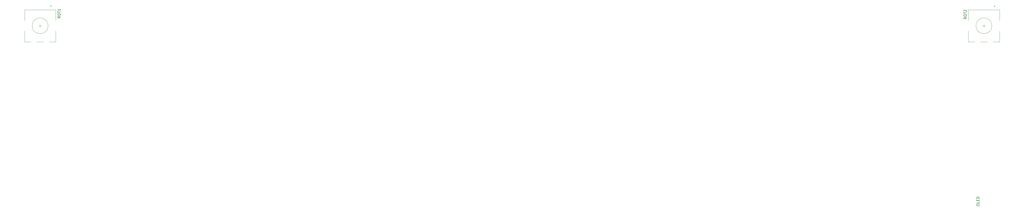
<source format=gto>
%TF.GenerationSoftware,KiCad,Pcbnew,(5.1.10)-1*%
%TF.CreationDate,2021-12-17T20:47:38-05:00*%
%TF.ProjectId,custom_keyboard (f303),63757374-6f6d-45f6-9b65-79626f617264,rev?*%
%TF.SameCoordinates,Original*%
%TF.FileFunction,Legend,Top*%
%TF.FilePolarity,Positive*%
%FSLAX46Y46*%
G04 Gerber Fmt 4.6, Leading zero omitted, Abs format (unit mm)*
G04 Created by KiCad (PCBNEW (5.1.10)-1) date 2021-12-17 20:47:38*
%MOMM*%
%LPD*%
G01*
G04 APERTURE LIST*
%ADD10C,0.120000*%
%ADD11C,0.150000*%
%ADD12C,2.100000*%
%ADD13C,1.750000*%
%ADD14C,3.000000*%
%ADD15C,3.987800*%
%ADD16C,3.048000*%
%ADD17C,1.000000*%
%ADD18C,2.120000*%
%ADD19C,0.650000*%
%ADD20O,1.000000X2.100000*%
%ADD21O,1.000000X1.600000*%
%ADD22O,1.700000X1.700000*%
%ADD23R,1.700000X1.700000*%
%ADD24R,2.000000X2.000000*%
%ADD25C,2.000000*%
%ADD26R,2.000000X3.200000*%
%ADD27C,0.800000*%
G04 APERTURE END LIST*
D10*
%TO.C,ROT2*%
X448940500Y-168224250D02*
G75*
G03*
X448940500Y-168224250I-3000000J0D01*
G01*
X451840500Y-170224250D02*
X451840500Y-174324250D01*
X440040500Y-174324250D02*
X440040500Y-170224250D01*
X440040500Y-166224250D02*
X440040500Y-162124250D01*
X451840500Y-166224250D02*
X451840500Y-162124250D01*
X451840500Y-162124250D02*
X440040500Y-162124250D01*
X449740500Y-160724250D02*
X450040500Y-160424250D01*
X450040500Y-160424250D02*
X450040500Y-161024250D01*
X450040500Y-161024250D02*
X449740500Y-160724250D01*
X451840500Y-174324250D02*
X449440500Y-174324250D01*
X447240500Y-174324250D02*
X444640500Y-174324250D01*
X442440500Y-174324250D02*
X440040500Y-174324250D01*
X446440500Y-168224250D02*
X445440500Y-168224250D01*
X445940500Y-167724250D02*
X445940500Y-168724250D01*
%TO.C,ROT1*%
X91775500Y-168224250D02*
G75*
G03*
X91775500Y-168224250I-3000000J0D01*
G01*
X94675500Y-170224250D02*
X94675500Y-174324250D01*
X82875500Y-174324250D02*
X82875500Y-170224250D01*
X82875500Y-166224250D02*
X82875500Y-162124250D01*
X94675500Y-166224250D02*
X94675500Y-162124250D01*
X94675500Y-162124250D02*
X82875500Y-162124250D01*
X92575500Y-160724250D02*
X92875500Y-160424250D01*
X92875500Y-160424250D02*
X92875500Y-161024250D01*
X92875500Y-161024250D02*
X92575500Y-160724250D01*
X94675500Y-174324250D02*
X92275500Y-174324250D01*
X90075500Y-174324250D02*
X87475500Y-174324250D01*
X85275500Y-174324250D02*
X82875500Y-174324250D01*
X89275500Y-168224250D02*
X88275500Y-168224250D01*
X88775500Y-167724250D02*
X88775500Y-168724250D01*
%TO.C,OL1*%
D11*
X443168080Y-236387580D02*
X443168080Y-236197104D01*
X443215700Y-236101866D01*
X443310938Y-236006628D01*
X443501414Y-235959009D01*
X443834747Y-235959009D01*
X444025223Y-236006628D01*
X444120461Y-236101866D01*
X444168080Y-236197104D01*
X444168080Y-236387580D01*
X444120461Y-236482819D01*
X444025223Y-236578057D01*
X443834747Y-236625676D01*
X443501414Y-236625676D01*
X443310938Y-236578057D01*
X443215700Y-236482819D01*
X443168080Y-236387580D01*
X444168080Y-235054247D02*
X444168080Y-235530438D01*
X443168080Y-235530438D01*
X443644271Y-234720914D02*
X443644271Y-234387580D01*
X444168080Y-234244723D02*
X444168080Y-234720914D01*
X443168080Y-234720914D01*
X443168080Y-234244723D01*
X444168080Y-233816152D02*
X443168080Y-233816152D01*
X443168080Y-233578057D01*
X443215700Y-233435200D01*
X443310938Y-233339961D01*
X443406176Y-233292342D01*
X443596652Y-233244723D01*
X443739509Y-233244723D01*
X443929985Y-233292342D01*
X444025223Y-233339961D01*
X444120461Y-233435200D01*
X444168080Y-233578057D01*
X444168080Y-233816152D01*
%TO.C,ROT2*%
X439368480Y-164970478D02*
X438892290Y-165303811D01*
X439368480Y-165541907D02*
X438368480Y-165541907D01*
X438368480Y-165160954D01*
X438416100Y-165065716D01*
X438463719Y-165018097D01*
X438558957Y-164970478D01*
X438701814Y-164970478D01*
X438797052Y-165018097D01*
X438844671Y-165065716D01*
X438892290Y-165160954D01*
X438892290Y-165541907D01*
X438368480Y-164351430D02*
X438368480Y-164160954D01*
X438416100Y-164065716D01*
X438511338Y-163970478D01*
X438701814Y-163922859D01*
X439035147Y-163922859D01*
X439225623Y-163970478D01*
X439320861Y-164065716D01*
X439368480Y-164160954D01*
X439368480Y-164351430D01*
X439320861Y-164446669D01*
X439225623Y-164541907D01*
X439035147Y-164589526D01*
X438701814Y-164589526D01*
X438511338Y-164541907D01*
X438416100Y-164446669D01*
X438368480Y-164351430D01*
X438368480Y-163637145D02*
X438368480Y-163065716D01*
X439368480Y-163351430D02*
X438368480Y-163351430D01*
X438463719Y-162780002D02*
X438416100Y-162732383D01*
X438368480Y-162637145D01*
X438368480Y-162399050D01*
X438416100Y-162303811D01*
X438463719Y-162256192D01*
X438558957Y-162208573D01*
X438654195Y-162208573D01*
X438797052Y-162256192D01*
X439368480Y-162827621D01*
X439368480Y-162208573D01*
%TO.C,ROT1*%
X96427880Y-164595678D02*
X95951690Y-164929011D01*
X96427880Y-165167107D02*
X95427880Y-165167107D01*
X95427880Y-164786154D01*
X95475500Y-164690916D01*
X95523119Y-164643297D01*
X95618357Y-164595678D01*
X95761214Y-164595678D01*
X95856452Y-164643297D01*
X95904071Y-164690916D01*
X95951690Y-164786154D01*
X95951690Y-165167107D01*
X95427880Y-163976630D02*
X95427880Y-163786154D01*
X95475500Y-163690916D01*
X95570738Y-163595678D01*
X95761214Y-163548059D01*
X96094547Y-163548059D01*
X96285023Y-163595678D01*
X96380261Y-163690916D01*
X96427880Y-163786154D01*
X96427880Y-163976630D01*
X96380261Y-164071869D01*
X96285023Y-164167107D01*
X96094547Y-164214726D01*
X95761214Y-164214726D01*
X95570738Y-164167107D01*
X95475500Y-164071869D01*
X95427880Y-163976630D01*
X95427880Y-163262345D02*
X95427880Y-162690916D01*
X96427880Y-162976630D02*
X95427880Y-162976630D01*
X96427880Y-161833773D02*
X96427880Y-162405202D01*
X96427880Y-162119488D02*
X95427880Y-162119488D01*
X95570738Y-162214726D01*
X95665976Y-162309964D01*
X95713595Y-162405202D01*
%TD*%
%LPC*%
D12*
%TO.C,LED90*%
X162708500Y-278107800D03*
%TD*%
%TO.C,LED89*%
X234141500Y-278107800D03*
%TD*%
%TO.C,LED88*%
X305574500Y-278107800D03*
%TD*%
%TO.C,LED87*%
X329385500Y-278107800D03*
%TD*%
%TO.C,LED86*%
X353196500Y-278107800D03*
%TD*%
%TO.C,LED85*%
X377007500Y-278107800D03*
%TD*%
%TO.C,LED84*%
X408755500Y-278107800D03*
%TD*%
%TO.C,LED83*%
X427804300Y-278107800D03*
%TD*%
%TO.C,LED82*%
X446853100Y-278107800D03*
%TD*%
%TO.C,LED81*%
X427804300Y-259059000D03*
%TD*%
%TO.C,LED64*%
X117467600Y-220961400D03*
%TD*%
%TO.C,LED63*%
X88894400Y-220961400D03*
%TD*%
%TO.C,LED62*%
X88894400Y-240010200D03*
%TD*%
%TO.C,LED61*%
X119848700Y-240010200D03*
%TD*%
%TO.C,LED60*%
X146040800Y-240010200D03*
%TD*%
%TO.C,LED59*%
X165089600Y-240010200D03*
%TD*%
%TO.C,LED58*%
X184138400Y-240010200D03*
%TD*%
%TO.C,LED57*%
X203187200Y-240010200D03*
%TD*%
%TO.C,LED56*%
X222236000Y-240010200D03*
%TD*%
%TO.C,LED55*%
X241284800Y-240010200D03*
%TD*%
%TO.C,LED54*%
X260333600Y-240010200D03*
%TD*%
%TO.C,LED53*%
X279382400Y-240010200D03*
%TD*%
%TO.C,LED52*%
X298431200Y-240010200D03*
%TD*%
%TO.C,LED51*%
X317480000Y-240010200D03*
%TD*%
%TO.C,LED50*%
X336528800Y-240010200D03*
%TD*%
%TO.C,LED49*%
X367483100Y-240010200D03*
%TD*%
D13*
%TO.C,MX84*%
X310654500Y-273032800D03*
X300494500Y-273032800D03*
D14*
X301764500Y-270492800D03*
D15*
X305574500Y-273032800D03*
D14*
X308114500Y-267952800D03*
%TD*%
D15*
%TO.C,MX29*%
X357926200Y-205092600D03*
X381802200Y-205092600D03*
D16*
X357926200Y-189852600D03*
X381802200Y-189852600D03*
D13*
X374944200Y-196837600D03*
X364784200Y-196837600D03*
D14*
X366054200Y-194297600D03*
D15*
X369864200Y-196837600D03*
D14*
X372404200Y-191757600D03*
%TD*%
D12*
%TO.C,LED32*%
X131754200Y-201912600D03*
%TD*%
%TO.C,LED31*%
X150803000Y-201912600D03*
%TD*%
%TO.C,LED30*%
X169851800Y-201912600D03*
%TD*%
%TO.C,LED29*%
X188900600Y-201912600D03*
%TD*%
%TO.C,LED28*%
X207949400Y-201912600D03*
%TD*%
%TO.C,LED27*%
X226998200Y-201912600D03*
%TD*%
%TO.C,LED26*%
X246047000Y-201912600D03*
%TD*%
%TO.C,LED25*%
X265095800Y-201912600D03*
%TD*%
%TO.C,LED24*%
X284144600Y-201912600D03*
%TD*%
%TO.C,LED23*%
X303193400Y-201912600D03*
%TD*%
%TO.C,LED22*%
X322242200Y-201912600D03*
%TD*%
%TO.C,LED21*%
X341291000Y-201912600D03*
%TD*%
%TO.C,LED20*%
X369864200Y-201912600D03*
%TD*%
%TO.C,LED19*%
X407961800Y-201912600D03*
%TD*%
%TO.C,LED18*%
X427010600Y-201912600D03*
%TD*%
%TO.C,LED17*%
X446059400Y-201912600D03*
%TD*%
D15*
%TO.C,MX83*%
X184141600Y-281287800D03*
X284141400Y-281287800D03*
D16*
X184141600Y-266047800D03*
X284141400Y-266047800D03*
D13*
X239221500Y-273032800D03*
X229061500Y-273032800D03*
D14*
X230331500Y-270492800D03*
D15*
X234141500Y-273032800D03*
D14*
X236681500Y-267952800D03*
%TD*%
D13*
%TO.C,MX22*%
X232078200Y-196837600D03*
X221918200Y-196837600D03*
D14*
X223188200Y-194297600D03*
D15*
X226998200Y-196837600D03*
D14*
X229538200Y-191757600D03*
%TD*%
D17*
%TO.C,COL13*%
X333354000Y-190488000D03*
%TD*%
D18*
%TO.C,LED1*%
X88894400Y-201912600D03*
%TD*%
D13*
%TO.C,MX2*%
X155883000Y-168264400D03*
X145723000Y-168264400D03*
D14*
X146993000Y-165724400D03*
D15*
X150803000Y-168264400D03*
D14*
X153343000Y-163184400D03*
%TD*%
D18*
%TO.C,LED2*%
X112705400Y-201912600D03*
%TD*%
D13*
%TO.C,MX3*%
X174931800Y-168264400D03*
X164771800Y-168264400D03*
D14*
X166041800Y-165724400D03*
D15*
X169851800Y-168264400D03*
D14*
X172391800Y-163184400D03*
%TD*%
D18*
%TO.C,LED80*%
X362720900Y-259059000D03*
%TD*%
%TO.C,LED79*%
X327004400Y-259059000D03*
%TD*%
%TO.C,LED78*%
X307955600Y-259059000D03*
%TD*%
%TO.C,LED77*%
X288906800Y-259059000D03*
%TD*%
%TO.C,LED76*%
X269858000Y-259059000D03*
%TD*%
%TO.C,LED75*%
X250809200Y-259059000D03*
%TD*%
%TO.C,LED74*%
X231760400Y-259059000D03*
%TD*%
%TO.C,LED73*%
X212711600Y-259059000D03*
%TD*%
%TO.C,LED72*%
X193662800Y-259059000D03*
%TD*%
%TO.C,LED71*%
X174614000Y-259059000D03*
%TD*%
%TO.C,LED70*%
X155565200Y-259059000D03*
%TD*%
%TO.C,LED69*%
X124610900Y-259059000D03*
%TD*%
%TO.C,LED68*%
X88894400Y-259059000D03*
%TD*%
%TO.C,LED67*%
X88894400Y-278107800D03*
%TD*%
%TO.C,LED66*%
X112705400Y-278107800D03*
%TD*%
%TO.C,LED65*%
X138897500Y-278107800D03*
%TD*%
%TO.C,LED48*%
X446059400Y-220961400D03*
%TD*%
%TO.C,LED47*%
X427010600Y-220961400D03*
%TD*%
%TO.C,LED46*%
X407961800Y-220961400D03*
%TD*%
%TO.C,LED45*%
X374626400Y-220961400D03*
%TD*%
%TO.C,LED44*%
X350815400Y-220961400D03*
%TD*%
%TO.C,LED43*%
X331766600Y-220961400D03*
%TD*%
%TO.C,LED42*%
X312717800Y-220961400D03*
%TD*%
%TO.C,LED41*%
X293669000Y-220961400D03*
%TD*%
%TO.C,LED40*%
X274620200Y-220961400D03*
%TD*%
%TO.C,LED39*%
X255571400Y-220961400D03*
%TD*%
%TO.C,LED38*%
X236522600Y-220961400D03*
%TD*%
%TO.C,LED37*%
X217473800Y-220961400D03*
%TD*%
%TO.C,LED36*%
X198425000Y-220961400D03*
%TD*%
%TO.C,LED35*%
X179376200Y-220961400D03*
%TD*%
%TO.C,LED34*%
X160327400Y-220961400D03*
%TD*%
%TO.C,LED33*%
X141278600Y-220961400D03*
%TD*%
%TO.C,LED16*%
X407961800Y-173339400D03*
%TD*%
%TO.C,LED15*%
X379388600Y-173339400D03*
%TD*%
%TO.C,LED14*%
X360339800Y-173339400D03*
%TD*%
%TO.C,LED13*%
X341291000Y-173339400D03*
%TD*%
%TO.C,LED12*%
X322242200Y-173339400D03*
%TD*%
%TO.C,LED11*%
X293669000Y-173339400D03*
%TD*%
%TO.C,LED10*%
X274620200Y-173339400D03*
%TD*%
%TO.C,LED9*%
X255571400Y-173339400D03*
%TD*%
%TO.C,LED8*%
X236522600Y-173339400D03*
%TD*%
%TO.C,LED7*%
X207949400Y-173339400D03*
%TD*%
%TO.C,LED6*%
X188900600Y-173339400D03*
%TD*%
%TO.C,LED5*%
X169851800Y-173339400D03*
%TD*%
%TO.C,LED4*%
X150803000Y-173339400D03*
%TD*%
%TO.C,LED3*%
X112705400Y-173339400D03*
%TD*%
D13*
%TO.C,MX18*%
X155883000Y-196837600D03*
X145723000Y-196837600D03*
D14*
X146993000Y-194297600D03*
D15*
X150803000Y-196837600D03*
D14*
X153343000Y-191757600D03*
%TD*%
D13*
%TO.C,MX32*%
X451139400Y-196837600D03*
X440979400Y-196837600D03*
D14*
X442249400Y-194297600D03*
D15*
X446059400Y-196837600D03*
D14*
X448599400Y-191757600D03*
%TD*%
D13*
%TO.C,MX12*%
X365419800Y-168264400D03*
X355259800Y-168264400D03*
D14*
X356529800Y-165724400D03*
D15*
X360339800Y-168264400D03*
D14*
X362879800Y-163184400D03*
%TD*%
D13*
%TO.C,MX51*%
X93974400Y-234935200D03*
X83814400Y-234935200D03*
D14*
X85084400Y-232395200D03*
D15*
X88894400Y-234935200D03*
D14*
X91434400Y-229855200D03*
%TD*%
D13*
%TO.C,MX90*%
X451139400Y-273032800D03*
X440979400Y-273032800D03*
D14*
X442249400Y-270492800D03*
D15*
X446059400Y-273032800D03*
D14*
X448599400Y-267952800D03*
%TD*%
D13*
%TO.C,MX89*%
X432090600Y-273032800D03*
X421930600Y-273032800D03*
D14*
X423200600Y-270492800D03*
D15*
X427010600Y-273032800D03*
D14*
X429550600Y-267952800D03*
%TD*%
D13*
%TO.C,MX88*%
X413041800Y-273032800D03*
X402881800Y-273032800D03*
D14*
X404151800Y-270492800D03*
D15*
X407961800Y-273032800D03*
D14*
X410501800Y-267952800D03*
%TD*%
D13*
%TO.C,MX87*%
X382087500Y-273032800D03*
X371927500Y-273032800D03*
D14*
X373197500Y-270492800D03*
D15*
X377007500Y-273032800D03*
D14*
X379547500Y-267952800D03*
%TD*%
D13*
%TO.C,MX86*%
X358276500Y-273032800D03*
X348116500Y-273032800D03*
D14*
X349386500Y-270492800D03*
D15*
X353196500Y-273032800D03*
D14*
X355736500Y-267952800D03*
%TD*%
D13*
%TO.C,MX85*%
X334465500Y-273032800D03*
X324305500Y-273032800D03*
D14*
X325575500Y-270492800D03*
D15*
X329385500Y-273032800D03*
D14*
X331925500Y-267952800D03*
%TD*%
D13*
%TO.C,MX82*%
X167788500Y-273032800D03*
X157628500Y-273032800D03*
D14*
X158898500Y-270492800D03*
D15*
X162708500Y-273032800D03*
D14*
X165248500Y-267952800D03*
%TD*%
D13*
%TO.C,MX81*%
X143977500Y-273032800D03*
X133817500Y-273032800D03*
D14*
X135087500Y-270492800D03*
D15*
X138897500Y-273032800D03*
D14*
X141437500Y-267952800D03*
%TD*%
D13*
%TO.C,MX80*%
X120166500Y-273032800D03*
X110006500Y-273032800D03*
D14*
X111276500Y-270492800D03*
D15*
X115086500Y-273032800D03*
D14*
X117626500Y-267952800D03*
%TD*%
D13*
%TO.C,MX79*%
X93974400Y-273032800D03*
X83814400Y-273032800D03*
D14*
X85084400Y-270492800D03*
D15*
X88894400Y-273032800D03*
D14*
X91434400Y-267952800D03*
%TD*%
D13*
%TO.C,MX78*%
X432090600Y-253984000D03*
X421930600Y-253984000D03*
D14*
X423200600Y-251444000D03*
D15*
X427010600Y-253984000D03*
D14*
X429550600Y-248904000D03*
%TD*%
D15*
%TO.C,MX77*%
X350782900Y-262239000D03*
X374658900Y-262239000D03*
D16*
X350782900Y-246999000D03*
X374658900Y-246999000D03*
D13*
X367800900Y-253984000D03*
X357640900Y-253984000D03*
D14*
X358910900Y-251444000D03*
D15*
X362720900Y-253984000D03*
D14*
X365260900Y-248904000D03*
%TD*%
D13*
%TO.C,MX76*%
X332084400Y-253984000D03*
X321924400Y-253984000D03*
D14*
X323194400Y-251444000D03*
D15*
X327004400Y-253984000D03*
D14*
X329544400Y-248904000D03*
%TD*%
D13*
%TO.C,MX75*%
X313035600Y-253984000D03*
X302875600Y-253984000D03*
D14*
X304145600Y-251444000D03*
D15*
X307955600Y-253984000D03*
D14*
X310495600Y-248904000D03*
%TD*%
D13*
%TO.C,MX74*%
X293986800Y-253984000D03*
X283826800Y-253984000D03*
D14*
X285096800Y-251444000D03*
D15*
X288906800Y-253984000D03*
D14*
X291446800Y-248904000D03*
%TD*%
D13*
%TO.C,MX73*%
X274938000Y-253984000D03*
X264778000Y-253984000D03*
D14*
X266048000Y-251444000D03*
D15*
X269858000Y-253984000D03*
D14*
X272398000Y-248904000D03*
%TD*%
D13*
%TO.C,MX72*%
X255889200Y-253984000D03*
X245729200Y-253984000D03*
D14*
X246999200Y-251444000D03*
D15*
X250809200Y-253984000D03*
D14*
X253349200Y-248904000D03*
%TD*%
D13*
%TO.C,MX71*%
X236840400Y-253984000D03*
X226680400Y-253984000D03*
D14*
X227950400Y-251444000D03*
D15*
X231760400Y-253984000D03*
D14*
X234300400Y-248904000D03*
%TD*%
D13*
%TO.C,MX70*%
X217791600Y-253984000D03*
X207631600Y-253984000D03*
D14*
X208901600Y-251444000D03*
D15*
X212711600Y-253984000D03*
D14*
X215251600Y-248904000D03*
%TD*%
D13*
%TO.C,MX69*%
X198742800Y-253984000D03*
X188582800Y-253984000D03*
D14*
X189852800Y-251444000D03*
D15*
X193662800Y-253984000D03*
D14*
X196202800Y-248904000D03*
%TD*%
D13*
%TO.C,MX68*%
X179694000Y-253984000D03*
X169534000Y-253984000D03*
D14*
X170804000Y-251444000D03*
D15*
X174614000Y-253984000D03*
D14*
X177154000Y-248904000D03*
%TD*%
D13*
%TO.C,MX67*%
X160645200Y-253984000D03*
X150485200Y-253984000D03*
D14*
X151755200Y-251444000D03*
D15*
X155565200Y-253984000D03*
D14*
X158105200Y-248904000D03*
%TD*%
D15*
%TO.C,MX66*%
X112672900Y-262239000D03*
X136548900Y-262239000D03*
D16*
X112672900Y-246999000D03*
X136548900Y-246999000D03*
D13*
X129690900Y-253984000D03*
X119530900Y-253984000D03*
D14*
X120800900Y-251444000D03*
D15*
X124610900Y-253984000D03*
D14*
X127150900Y-248904000D03*
%TD*%
D13*
%TO.C,MX65*%
X93974400Y-253984000D03*
X83814400Y-253984000D03*
D14*
X85084400Y-251444000D03*
D15*
X88894400Y-253984000D03*
D14*
X91434400Y-248904000D03*
%TD*%
D15*
%TO.C,MX64*%
X355545100Y-243190200D03*
X379421100Y-243190200D03*
D16*
X355545100Y-227950200D03*
X379421100Y-227950200D03*
D13*
X372563100Y-234935200D03*
X362403100Y-234935200D03*
D14*
X363673100Y-232395200D03*
D15*
X367483100Y-234935200D03*
D14*
X370023100Y-229855200D03*
%TD*%
D13*
%TO.C,MX63*%
X341608800Y-234935200D03*
X331448800Y-234935200D03*
D14*
X332718800Y-232395200D03*
D15*
X336528800Y-234935200D03*
D14*
X339068800Y-229855200D03*
%TD*%
D13*
%TO.C,MX62*%
X322560000Y-234935200D03*
X312400000Y-234935200D03*
D14*
X313670000Y-232395200D03*
D15*
X317480000Y-234935200D03*
D14*
X320020000Y-229855200D03*
%TD*%
D13*
%TO.C,MX61*%
X303511200Y-234935200D03*
X293351200Y-234935200D03*
D14*
X294621200Y-232395200D03*
D15*
X298431200Y-234935200D03*
D14*
X300971200Y-229855200D03*
%TD*%
D13*
%TO.C,MX60*%
X284462400Y-234935200D03*
X274302400Y-234935200D03*
D14*
X275572400Y-232395200D03*
D15*
X279382400Y-234935200D03*
D14*
X281922400Y-229855200D03*
%TD*%
D13*
%TO.C,MX59*%
X265413600Y-234935200D03*
X255253600Y-234935200D03*
D14*
X256523600Y-232395200D03*
D15*
X260333600Y-234935200D03*
D14*
X262873600Y-229855200D03*
%TD*%
D13*
%TO.C,MX58*%
X246364800Y-234935200D03*
X236204800Y-234935200D03*
D14*
X237474800Y-232395200D03*
D15*
X241284800Y-234935200D03*
D14*
X243824800Y-229855200D03*
%TD*%
D13*
%TO.C,MX57*%
X227316000Y-234935200D03*
X217156000Y-234935200D03*
D14*
X218426000Y-232395200D03*
D15*
X222236000Y-234935200D03*
D14*
X224776000Y-229855200D03*
%TD*%
D13*
%TO.C,MX56*%
X208267200Y-234935200D03*
X198107200Y-234935200D03*
D14*
X199377200Y-232395200D03*
D15*
X203187200Y-234935200D03*
D14*
X205727200Y-229855200D03*
%TD*%
D13*
%TO.C,MX55*%
X189218400Y-234935200D03*
X179058400Y-234935200D03*
D14*
X180328400Y-232395200D03*
D15*
X184138400Y-234935200D03*
D14*
X186678400Y-229855200D03*
%TD*%
D13*
%TO.C,MX54*%
X170169600Y-234935200D03*
X160009600Y-234935200D03*
D14*
X161279600Y-232395200D03*
D15*
X165089600Y-234935200D03*
D14*
X167629600Y-229855200D03*
%TD*%
D13*
%TO.C,MX53*%
X151062500Y-234935200D03*
X140902500Y-234935200D03*
D14*
X142172500Y-232395200D03*
D15*
X145982500Y-234935200D03*
D14*
X148522500Y-229855200D03*
%TD*%
D13*
%TO.C,MX52*%
X124928700Y-234935200D03*
X114768700Y-234935200D03*
D14*
X116038700Y-232395200D03*
D15*
X119848700Y-234935200D03*
D14*
X122388700Y-229855200D03*
%TD*%
D13*
%TO.C,MX50*%
X451139400Y-215886400D03*
X440979400Y-215886400D03*
D14*
X442249400Y-213346400D03*
D15*
X446059400Y-215886400D03*
D14*
X448599400Y-210806400D03*
%TD*%
D13*
%TO.C,MX49*%
X432090600Y-215886400D03*
X421930600Y-215886400D03*
D14*
X423200600Y-213346400D03*
D15*
X427010600Y-215886400D03*
D14*
X429550600Y-210806400D03*
%TD*%
D13*
%TO.C,MX48*%
X413041800Y-215886400D03*
X402881800Y-215886400D03*
D14*
X404151800Y-213346400D03*
D15*
X407961800Y-215886400D03*
D14*
X410501800Y-210806400D03*
%TD*%
%TO.C,MX47*%
X377166400Y-210806400D03*
D15*
X374626400Y-215886400D03*
D14*
X370816400Y-213346400D03*
D13*
X369546400Y-215886400D03*
X379706400Y-215886400D03*
%TD*%
%TO.C,MX46*%
X355895400Y-215886400D03*
X345735400Y-215886400D03*
D14*
X347005400Y-213346400D03*
D15*
X350815400Y-215886400D03*
D14*
X353355400Y-210806400D03*
%TD*%
D13*
%TO.C,MX45*%
X336846600Y-215886400D03*
X326686600Y-215886400D03*
D14*
X327956600Y-213346400D03*
D15*
X331766600Y-215886400D03*
D14*
X334306600Y-210806400D03*
%TD*%
D13*
%TO.C,MX44*%
X317797800Y-215886400D03*
X307637800Y-215886400D03*
D14*
X308907800Y-213346400D03*
D15*
X312717800Y-215886400D03*
D14*
X315257800Y-210806400D03*
%TD*%
D13*
%TO.C,MX43*%
X298749000Y-215886400D03*
X288589000Y-215886400D03*
D14*
X289859000Y-213346400D03*
D15*
X293669000Y-215886400D03*
D14*
X296209000Y-210806400D03*
%TD*%
D13*
%TO.C,MX42*%
X279700200Y-215886400D03*
X269540200Y-215886400D03*
D14*
X270810200Y-213346400D03*
D15*
X274620200Y-215886400D03*
D14*
X277160200Y-210806400D03*
%TD*%
D13*
%TO.C,MX41*%
X260651400Y-215886400D03*
X250491400Y-215886400D03*
D14*
X251761400Y-213346400D03*
D15*
X255571400Y-215886400D03*
D14*
X258111400Y-210806400D03*
%TD*%
D13*
%TO.C,MX40*%
X241602600Y-215886400D03*
X231442600Y-215886400D03*
D14*
X232712600Y-213346400D03*
D15*
X236522600Y-215886400D03*
D14*
X239062600Y-210806400D03*
%TD*%
D13*
%TO.C,MX39*%
X222553800Y-215886400D03*
X212393800Y-215886400D03*
D14*
X213663800Y-213346400D03*
D15*
X217473800Y-215886400D03*
D14*
X220013800Y-210806400D03*
%TD*%
D13*
%TO.C,MX38*%
X203505000Y-215886400D03*
X193345000Y-215886400D03*
D14*
X194615000Y-213346400D03*
D15*
X198425000Y-215886400D03*
D14*
X200965000Y-210806400D03*
%TD*%
D13*
%TO.C,MX37*%
X184456200Y-215886400D03*
X174296200Y-215886400D03*
D14*
X175566200Y-213346400D03*
D15*
X179376200Y-215886400D03*
D14*
X181916200Y-210806400D03*
%TD*%
D13*
%TO.C,MX36*%
X165407400Y-215886400D03*
X155247400Y-215886400D03*
D14*
X156517400Y-213346400D03*
D15*
X160327400Y-215886400D03*
D14*
X162867400Y-210806400D03*
%TD*%
D13*
%TO.C,MX35*%
X146358600Y-215886400D03*
X136198600Y-215886400D03*
D14*
X137468600Y-213346400D03*
D15*
X141278600Y-215886400D03*
D14*
X143818600Y-210806400D03*
%TD*%
%TO.C,MX34*%
X120007600Y-210806400D03*
D15*
X117467600Y-215886400D03*
D14*
X113657600Y-213346400D03*
D13*
X112387600Y-215886400D03*
X122547600Y-215886400D03*
%TD*%
%TO.C,MX33*%
X93974400Y-215886400D03*
X83814400Y-215886400D03*
D14*
X85084400Y-213346400D03*
D15*
X88894400Y-215886400D03*
D14*
X91434400Y-210806400D03*
%TD*%
D13*
%TO.C,MX31*%
X432090600Y-196837600D03*
X421930600Y-196837600D03*
D14*
X423200600Y-194297600D03*
D15*
X427010600Y-196837600D03*
D14*
X429550600Y-191757600D03*
%TD*%
D13*
%TO.C,MX30*%
X413041800Y-196837600D03*
X402881800Y-196837600D03*
D14*
X404151800Y-194297600D03*
D15*
X407961800Y-196837600D03*
D14*
X410501800Y-191757600D03*
%TD*%
D13*
%TO.C,MX28*%
X346371000Y-196837600D03*
X336211000Y-196837600D03*
D14*
X337481000Y-194297600D03*
D15*
X341291000Y-196837600D03*
D14*
X343831000Y-191757600D03*
%TD*%
D13*
%TO.C,MX27*%
X327322200Y-196837600D03*
X317162200Y-196837600D03*
D14*
X318432200Y-194297600D03*
D15*
X322242200Y-196837600D03*
D14*
X324782200Y-191757600D03*
%TD*%
D13*
%TO.C,MX26*%
X308273400Y-196837600D03*
X298113400Y-196837600D03*
D14*
X299383400Y-194297600D03*
D15*
X303193400Y-196837600D03*
D14*
X305733400Y-191757600D03*
%TD*%
D13*
%TO.C,MX25*%
X289224600Y-196837600D03*
X279064600Y-196837600D03*
D14*
X280334600Y-194297600D03*
D15*
X284144600Y-196837600D03*
D14*
X286684600Y-191757600D03*
%TD*%
D13*
%TO.C,MX24*%
X270175800Y-196837600D03*
X260015800Y-196837600D03*
D14*
X261285800Y-194297600D03*
D15*
X265095800Y-196837600D03*
D14*
X267635800Y-191757600D03*
%TD*%
D13*
%TO.C,MX23*%
X251127000Y-196837600D03*
X240967000Y-196837600D03*
D14*
X242237000Y-194297600D03*
D15*
X246047000Y-196837600D03*
D14*
X248587000Y-191757600D03*
%TD*%
D13*
%TO.C,MX21*%
X213029400Y-196837600D03*
X202869400Y-196837600D03*
D14*
X204139400Y-194297600D03*
D15*
X207949400Y-196837600D03*
D14*
X210489400Y-191757600D03*
%TD*%
D13*
%TO.C,MX20*%
X193980600Y-196837600D03*
X183820600Y-196837600D03*
D14*
X185090600Y-194297600D03*
D15*
X188900600Y-196837600D03*
D14*
X191440600Y-191757600D03*
%TD*%
D13*
%TO.C,MX19*%
X174931800Y-196837600D03*
X164771800Y-196837600D03*
D14*
X166041800Y-194297600D03*
D15*
X169851800Y-196837600D03*
D14*
X172391800Y-191757600D03*
%TD*%
D13*
%TO.C,MX17*%
X136834200Y-196837600D03*
X126674200Y-196837600D03*
D14*
X127944200Y-194297600D03*
D15*
X131754200Y-196837600D03*
D14*
X134294200Y-191757600D03*
%TD*%
D13*
%TO.C,MX16*%
X117785400Y-196837600D03*
X107625400Y-196837600D03*
D14*
X108895400Y-194297600D03*
D15*
X112705400Y-196837600D03*
D14*
X115245400Y-191757600D03*
%TD*%
D13*
%TO.C,MX15*%
X93974400Y-196837600D03*
X83814400Y-196837600D03*
D14*
X85084400Y-194297600D03*
D15*
X88894400Y-196837600D03*
D14*
X91434400Y-191757600D03*
%TD*%
D13*
%TO.C,MX14*%
X413041800Y-168264400D03*
X402881800Y-168264400D03*
D14*
X404151800Y-165724400D03*
D15*
X407961800Y-168264400D03*
D14*
X410501800Y-163184400D03*
%TD*%
D13*
%TO.C,MX13*%
X384468600Y-168264400D03*
X374308600Y-168264400D03*
D14*
X375578600Y-165724400D03*
D15*
X379388600Y-168264400D03*
D14*
X381928600Y-163184400D03*
%TD*%
D13*
%TO.C,MX11*%
X346371000Y-168264400D03*
X336211000Y-168264400D03*
D14*
X337481000Y-165724400D03*
D15*
X341291000Y-168264400D03*
D14*
X343831000Y-163184400D03*
%TD*%
D13*
%TO.C,MX10*%
X327322200Y-168264400D03*
X317162200Y-168264400D03*
D14*
X318432200Y-165724400D03*
D15*
X322242200Y-168264400D03*
D14*
X324782200Y-163184400D03*
%TD*%
D13*
%TO.C,MX9*%
X298749000Y-168264400D03*
X288589000Y-168264400D03*
D14*
X289859000Y-165724400D03*
D15*
X293669000Y-168264400D03*
D14*
X296209000Y-163184400D03*
%TD*%
D13*
%TO.C,MX8*%
X279700200Y-168264400D03*
X269540200Y-168264400D03*
D14*
X270810200Y-165724400D03*
D15*
X274620200Y-168264400D03*
D14*
X277160200Y-163184400D03*
%TD*%
D13*
%TO.C,MX7*%
X260651400Y-168264400D03*
X250491400Y-168264400D03*
D14*
X251761400Y-165724400D03*
D15*
X255571400Y-168264400D03*
D14*
X258111400Y-163184400D03*
%TD*%
D13*
%TO.C,MX6*%
X241602600Y-168264400D03*
X231442600Y-168264400D03*
D14*
X232712600Y-165724400D03*
D15*
X236522600Y-168264400D03*
D14*
X239062600Y-163184400D03*
%TD*%
D13*
%TO.C,MX5*%
X213029400Y-168264400D03*
X202869400Y-168264400D03*
D14*
X204139400Y-165724400D03*
D15*
X207949400Y-168264400D03*
D14*
X210489400Y-163184400D03*
%TD*%
D13*
%TO.C,MX4*%
X193980600Y-168264400D03*
X183820600Y-168264400D03*
D14*
X185090600Y-165724400D03*
D15*
X188900600Y-168264400D03*
D14*
X191440600Y-163184400D03*
%TD*%
D13*
%TO.C,MX1*%
X117785400Y-168264400D03*
X107625400Y-168264400D03*
D14*
X108895400Y-165724400D03*
D15*
X112705400Y-168264400D03*
D14*
X115245400Y-163184400D03*
%TD*%
D17*
%TO.C,COL15*%
X400818500Y-190884850D03*
%TD*%
D19*
%TO.C,USB1*%
X310845600Y-154671900D03*
X305065600Y-154671900D03*
D20*
X303635600Y-155201900D03*
X312275600Y-155201900D03*
D21*
X303635600Y-151021900D03*
X312275600Y-151021900D03*
%TD*%
D17*
%TO.C,ENCB1*%
X400024800Y-251602900D03*
%TD*%
%TO.C,X2*%
X407961800Y-256365100D03*
%TD*%
%TO.C,X1*%
X411136600Y-256365100D03*
%TD*%
D22*
%TO.C,J1*%
X419867300Y-241761500D03*
X419867300Y-239221500D03*
X419867300Y-236681500D03*
D23*
X419867300Y-234141500D03*
%TD*%
D17*
%TO.C,ENCB2*%
X395262600Y-248428100D03*
%TD*%
%TO.C,ENCA1*%
X397643700Y-250015500D03*
%TD*%
%TO.C,BOOT1*%
X396850000Y-241284800D03*
%TD*%
%TO.C,BOOT0*%
X439709800Y-244459600D03*
%TD*%
D24*
%TO.C,ROT2*%
X448440500Y-160724250D03*
D25*
X445940500Y-160724250D03*
X443440500Y-160724250D03*
D26*
X451540500Y-168224250D03*
X440340500Y-168224250D03*
D25*
X448440500Y-175224250D03*
X443440500Y-175224250D03*
%TD*%
D17*
%TO.C,BKL5*%
X106355800Y-175412120D03*
%TD*%
%TO.C,COL1*%
X104768400Y-190488000D03*
%TD*%
%TO.C,COL2*%
X123817200Y-190488000D03*
%TD*%
%TO.C,COL14*%
X361927200Y-190488000D03*
%TD*%
%TO.C,BKL3*%
X407961800Y-237316300D03*
%TD*%
%TO.C,COL11*%
X295256400Y-190488000D03*
%TD*%
%TO.C,COL10*%
X276207600Y-190488000D03*
%TD*%
%TO.C,COL9*%
X257158800Y-190488000D03*
%TD*%
%TO.C,COL8*%
X238110000Y-190488000D03*
%TD*%
%TO.C,COL7*%
X219061200Y-190488000D03*
%TD*%
%TO.C,COL6*%
X200012400Y-190488000D03*
%TD*%
%TO.C,COL5*%
X180963600Y-190488000D03*
%TD*%
%TO.C,COL4*%
X161914800Y-190488000D03*
%TD*%
%TO.C,COL17*%
X438122400Y-191281700D03*
%TD*%
%TO.C,COL16*%
X419073600Y-191281700D03*
%TD*%
%TO.C,ROW0*%
X101593600Y-169851800D03*
%TD*%
%TO.C,ROW1*%
X101593600Y-199615550D03*
%TD*%
%TO.C,ROW2*%
X101593600Y-219061200D03*
%TD*%
%TO.C,ROW3*%
X101593600Y-238110000D03*
%TD*%
%TO.C,ROW4*%
X101593600Y-257158800D03*
%TD*%
%TO.C,ROW5*%
X101593600Y-276207600D03*
%TD*%
%TO.C,COL0*%
X80957400Y-189694300D03*
%TD*%
%TO.C,COL3*%
X142866000Y-190488000D03*
%TD*%
%TO.C,COL12*%
X314305200Y-190488000D03*
%TD*%
D24*
%TO.C,ROT1*%
X91275500Y-160724250D03*
D25*
X88775500Y-160724250D03*
X86275500Y-160724250D03*
D26*
X94375500Y-168224250D03*
X83175500Y-168224250D03*
D25*
X91275500Y-175224250D03*
X86275500Y-175224250D03*
%TD*%
D27*
X409549200Y-261127300D03*
X453996400Y-219061200D03*
X83338500Y-202398600D03*
X83338500Y-222241600D03*
X83338500Y-207954640D03*
X83338500Y-260340160D03*
X83338500Y-246053200D03*
X83338500Y-278595720D03*
X83338500Y-265102480D03*
X124610900Y-263515040D03*
X129373100Y-263515040D03*
X116673900Y-259546440D03*
X133341600Y-259546440D03*
X150009300Y-191281700D03*
X169058100Y-191281700D03*
X188106900Y-191281700D03*
X207155700Y-191281700D03*
X226204500Y-191281700D03*
X245253300Y-191281700D03*
X264302100Y-191281700D03*
X283350900Y-191281700D03*
X302399700Y-191281700D03*
X321448500Y-191281700D03*
X312717800Y-192075400D03*
X293669000Y-192075400D03*
X274620200Y-192075400D03*
X255571400Y-192075400D03*
X236522600Y-192075400D03*
X217473800Y-192075400D03*
X198425000Y-192075400D03*
X179376200Y-192075400D03*
X160327400Y-192869100D03*
X141278600Y-192075400D03*
X122229800Y-192075400D03*
X103181000Y-192075400D03*
X300812300Y-159533700D03*
X320654800Y-161914800D03*
X402405900Y-258746200D03*
X416692500Y-258746200D03*
X131754200Y-211124200D03*
X150803000Y-211124200D03*
X169851800Y-211124200D03*
X188900600Y-211124200D03*
X207949400Y-211124200D03*
X226998200Y-211124200D03*
X246047000Y-211124200D03*
X265095800Y-211124200D03*
X284144600Y-211124200D03*
X303193400Y-211124200D03*
X322242200Y-211124200D03*
X341291000Y-211124200D03*
X365102000Y-211124200D03*
X327004400Y-230173000D03*
X357958700Y-230173000D03*
X307955600Y-230173000D03*
X288906800Y-230173000D03*
X269858000Y-230173000D03*
X250809200Y-230173000D03*
X231760400Y-230173000D03*
X212711600Y-230173000D03*
X193662800Y-230173000D03*
X174614000Y-230173000D03*
X155565200Y-230173000D03*
X136516400Y-230173000D03*
X110324300Y-230173000D03*
X83338500Y-226998200D03*
X83338500Y-188900600D03*
X103181000Y-163502200D03*
X141278600Y-163502200D03*
X160327400Y-163502200D03*
X179376200Y-163502200D03*
X198425000Y-163502200D03*
X226998200Y-163502200D03*
X246047000Y-163502200D03*
X265095800Y-163502200D03*
X284144600Y-163502200D03*
X331766600Y-163502200D03*
X350815400Y-163502200D03*
X369864200Y-163502200D03*
X398437400Y-163502200D03*
X417486200Y-192075400D03*
X359546100Y-192075400D03*
X105562100Y-268270600D03*
X129373100Y-268270600D03*
X115086500Y-249221800D03*
X153184100Y-268270600D03*
X144453400Y-247634400D03*
X165089600Y-249221800D03*
X184138400Y-249221800D03*
X203187200Y-249221800D03*
X224617100Y-268270600D03*
X222236000Y-249221800D03*
X241284800Y-249221800D03*
X260333600Y-249221800D03*
X279382400Y-249221800D03*
X298431200Y-249221800D03*
X296050100Y-268270600D03*
X317480000Y-249221800D03*
X319861100Y-268270600D03*
X343672100Y-268270600D03*
X367483100Y-268270600D03*
X353196500Y-249221800D03*
X398437400Y-268270600D03*
X419073600Y-274620200D03*
X436535000Y-268270600D03*
X107943200Y-211124200D03*
X184138400Y-269858000D03*
X280176100Y-269858000D03*
X83338500Y-241284800D03*
X381769700Y-192869100D03*
X404787000Y-198425000D03*
X398040550Y-217473800D03*
X395659450Y-217473800D03*
X398040550Y-207155700D03*
X395659450Y-207155700D03*
X395659450Y-198425000D03*
X398040550Y-198425000D03*
X384150800Y-226204500D03*
X379388600Y-234935200D03*
X388913000Y-268270600D03*
X434947600Y-166677000D03*
X123817200Y-163502200D03*
X119055000Y-187313200D03*
X138103800Y-187313200D03*
X157152600Y-187313200D03*
X176201400Y-187313200D03*
X195250200Y-187313200D03*
X214299000Y-187313200D03*
X233347800Y-187313200D03*
X252396600Y-187313200D03*
X271445400Y-187313200D03*
X95244000Y-188106900D03*
X131754200Y-179376200D03*
X150803000Y-179376200D03*
X169851800Y-179376200D03*
X188900600Y-179376200D03*
X207949400Y-179376200D03*
X226998200Y-179376200D03*
X246047000Y-179376200D03*
X265095800Y-179376200D03*
X446059400Y-182551000D03*
X407961800Y-182551000D03*
X311924100Y-164295900D03*
X305574500Y-164295900D03*
X309543000Y-169851800D03*
X384150800Y-177788800D03*
X391294100Y-177788800D03*
X384150800Y-180169900D03*
X390500400Y-180169900D03*
X395659450Y-226204500D03*
X408755500Y-228585600D03*
X417486200Y-211124200D03*
X435741300Y-210330500D03*
X423835800Y-255571400D03*
X399231100Y-259539900D03*
X406374400Y-245253300D03*
X408755500Y-242872200D03*
X408755500Y-247634400D03*
X411136600Y-245253300D03*
X417486200Y-250015500D03*
X358752400Y-219061200D03*
X382563400Y-219061200D03*
X415898800Y-219061200D03*
X434947600Y-219061200D03*
X339703600Y-219061200D03*
X320654800Y-219061200D03*
X301606000Y-219061200D03*
X282557200Y-219061200D03*
X263508400Y-219061200D03*
X244459600Y-219061200D03*
X225410800Y-219061200D03*
X206362000Y-219061200D03*
X187313200Y-219061200D03*
X168264400Y-219061200D03*
X149215600Y-219061200D03*
X125404600Y-219061200D03*
X96831400Y-219061200D03*
X96831400Y-238110000D03*
X127785700Y-238110000D03*
X153977800Y-238110000D03*
X173026600Y-238110000D03*
X192075400Y-238110000D03*
X211124200Y-238110000D03*
X230173000Y-238110000D03*
X249221800Y-238110000D03*
X268270600Y-238110000D03*
X287319400Y-238110000D03*
X306368200Y-238110000D03*
X325417000Y-238110000D03*
X344465800Y-238110000D03*
X375420100Y-238110000D03*
X370657900Y-257158800D03*
X434947600Y-257158800D03*
X434947600Y-276207600D03*
X415898800Y-276207600D03*
X384944500Y-276207600D03*
X361133500Y-276207600D03*
X334941400Y-257158800D03*
X337322500Y-276207600D03*
X313511500Y-276207600D03*
X315892600Y-257158800D03*
X296843800Y-257158800D03*
X277795000Y-257158800D03*
X258746200Y-257158800D03*
X239697400Y-257158800D03*
X242078500Y-276207600D03*
X220648600Y-257158800D03*
X201599800Y-257158800D03*
X182551000Y-257158800D03*
X170645500Y-276207600D03*
X163502200Y-257158800D03*
X132547900Y-257158800D03*
X146834500Y-276207600D03*
X123023500Y-276207600D03*
X96831400Y-257158800D03*
X96831400Y-276207600D03*
X399231100Y-250015500D03*
X425423200Y-248428100D03*
X435741300Y-249221800D03*
X435741300Y-232554100D03*
X396056300Y-229379300D03*
X400818500Y-230173000D03*
X403043300Y-235885200D03*
X400818500Y-223823400D03*
X280969800Y-282557200D03*
X287319400Y-282557200D03*
X180963600Y-282557200D03*
X187313200Y-282557200D03*
X284144600Y-277795000D03*
X184138400Y-277795000D03*
X306368200Y-169851800D03*
X315892600Y-180169900D03*
X329385500Y-180169900D03*
X322242200Y-180169900D03*
X329385500Y-177788800D03*
X322242200Y-177788800D03*
X348434300Y-180169900D03*
X348434300Y-177788800D03*
X341291000Y-177788800D03*
X341291000Y-180169900D03*
X369070500Y-180169900D03*
X373832700Y-180169900D03*
X369070500Y-177788800D03*
X373832700Y-177788800D03*
X453996400Y-230173000D03*
X122229800Y-177788800D03*
X368276800Y-171439200D03*
X349228000Y-171439200D03*
X387325600Y-171439200D03*
X309543000Y-177788800D03*
X306368200Y-177788800D03*
X308749300Y-180169900D03*
X306368200Y-172232900D03*
X309543000Y-172232900D03*
X330179200Y-171439200D03*
X301606000Y-171439200D03*
X282557200Y-171439200D03*
X263508400Y-171439200D03*
X244459600Y-171439200D03*
X215886400Y-171439200D03*
X196837600Y-171439200D03*
X177788800Y-171439200D03*
X158740000Y-171439200D03*
X120642400Y-171439200D03*
X331766600Y-192075400D03*
X84925900Y-184138400D03*
X120642400Y-200012400D03*
X395659450Y-185328950D03*
X398040550Y-184535250D03*
X415898800Y-200012400D03*
X432169650Y-200806100D03*
X442884600Y-200806100D03*
X402405900Y-200806100D03*
X395659450Y-200409250D03*
X398040550Y-200409250D03*
X377801200Y-200012400D03*
X349228000Y-200012400D03*
X364705150Y-200806100D03*
X330179200Y-200012400D03*
X311130400Y-200012400D03*
X292081600Y-200012400D03*
X273032800Y-200012400D03*
X253984000Y-200012400D03*
X234935200Y-200012400D03*
X215886400Y-200012400D03*
X196837600Y-200012400D03*
X177788800Y-200012400D03*
X158740000Y-200012400D03*
X139691200Y-200012400D03*
X382960250Y-200409250D03*
X354783900Y-204774600D03*
X361133500Y-204774600D03*
X423438950Y-177788800D03*
X423438950Y-184138400D03*
X428994850Y-177788800D03*
X428994850Y-184138400D03*
X398040550Y-204774600D03*
X395659450Y-204774600D03*
X436535000Y-192869100D03*
X415898800Y-171439200D03*
X434947600Y-183344700D03*
X346053200Y-250412350D03*
X339703600Y-250412350D03*
X339703600Y-255968250D03*
X346053200Y-255968250D03*
X442090900Y-242078500D03*
X403993300Y-240491100D03*
X412724000Y-250015500D03*
X413517700Y-240491100D03*
X402521703Y-250925003D03*
X408280500Y-252396600D03*
X421179710Y-231760400D03*
X130960500Y-267476900D03*
X138103800Y-229379300D03*
X133341600Y-210330500D03*
X146040800Y-246840700D03*
X104768400Y-162708500D03*
X109530600Y-210330500D03*
X111911700Y-229379300D03*
X116673900Y-248428100D03*
X107149500Y-267476900D03*
X152390400Y-210330500D03*
X157152600Y-229379300D03*
X166677000Y-248428100D03*
X154771500Y-267476900D03*
X142866000Y-162708500D03*
X399231100Y-219061200D03*
X384944500Y-219061200D03*
X426216900Y-241284800D03*
X436497380Y-219061200D03*
X419867300Y-256365100D03*
X373039000Y-257158800D03*
X425423200Y-242078500D03*
X303193400Y-171042350D03*
X312717800Y-171042350D03*
X436535000Y-187313200D03*
X396850000Y-248728300D03*
X389566027Y-246060400D03*
X171439200Y-210330500D03*
X176201400Y-229379300D03*
X185725800Y-248428100D03*
X161914800Y-162708500D03*
X190488000Y-210330500D03*
X195250200Y-229379300D03*
X204774600Y-248428100D03*
X180963600Y-162708500D03*
X209536800Y-210330500D03*
X214299000Y-229379300D03*
X223823400Y-248428100D03*
X226204500Y-267476900D03*
X200012400Y-162708500D03*
X228585600Y-210330500D03*
X233347800Y-229379300D03*
X242872200Y-248428100D03*
X229379300Y-162708500D03*
X247634400Y-210330500D03*
X252396600Y-229379300D03*
X261921000Y-248428100D03*
X247634400Y-162708500D03*
X111911700Y-180925980D03*
X385738200Y-190488000D03*
X384944500Y-191281700D03*
X439709800Y-232554100D03*
X438122400Y-267476900D03*
X438122400Y-210330500D03*
X419073600Y-210330500D03*
X419073600Y-267476900D03*
X419073600Y-248428100D03*
X425435851Y-243091154D03*
X437328700Y-200012400D03*
X399231100Y-199615550D03*
X384944500Y-199615550D03*
X266683200Y-210330500D03*
X271445400Y-229379300D03*
X280969800Y-248428100D03*
X266683200Y-162708500D03*
X285732000Y-210330500D03*
X300018600Y-248428100D03*
X290494200Y-229379300D03*
X285732000Y-162708500D03*
X298431200Y-267476900D03*
X309543000Y-229379300D03*
X319067400Y-248428100D03*
X304780800Y-210330500D03*
X321448500Y-267476900D03*
X314305200Y-162708500D03*
X328591800Y-229379300D03*
X323829600Y-210330500D03*
X333354000Y-162708500D03*
X342878400Y-210330500D03*
X352402800Y-162708500D03*
X345259500Y-267476900D03*
X354783900Y-248428100D03*
X359546100Y-229379300D03*
X366689400Y-210330500D03*
X371451600Y-162708500D03*
X369070500Y-267476900D03*
X363514600Y-225410800D03*
X400024800Y-267476900D03*
X400818500Y-210330500D03*
X400818500Y-162708500D03*
X397643700Y-255571400D03*
X386531900Y-189694300D03*
X415898800Y-242078500D03*
X411136600Y-238110000D03*
X396015517Y-243706683D03*
X80957400Y-229385080D03*
X80957400Y-210335800D03*
X80957400Y-248434360D03*
X80957400Y-267476900D03*
X410739750Y-172820297D03*
X403993300Y-173889410D03*
X382166550Y-173989401D03*
X376610650Y-173820300D03*
X364308300Y-173423450D03*
X357561850Y-173820300D03*
X345117234Y-173212081D03*
X338513050Y-173820300D03*
X319464250Y-173820300D03*
X326285813Y-173302313D03*
X300546584Y-173510830D03*
X313380366Y-173510830D03*
X211587171Y-174986431D03*
X210727350Y-172820297D03*
X297463020Y-173207267D03*
X290891050Y-173820300D03*
X278430694Y-173223742D03*
X271842250Y-173820300D03*
X259310244Y-173137741D03*
X252793450Y-173820300D03*
X251440350Y-175058850D03*
X410739750Y-173820300D03*
X405183850Y-173820300D03*
X382166550Y-172989398D03*
X375420100Y-173989401D03*
X301501955Y-173910840D03*
X312424995Y-173910840D03*
X192572467Y-174952336D03*
X191678550Y-172820297D03*
X259936750Y-173917160D03*
X252147457Y-175765959D03*
X363117750Y-174389411D03*
X363117750Y-172989410D03*
X355719143Y-176989441D03*
X301501955Y-176117180D03*
X312424995Y-176117180D03*
X173489571Y-174986431D03*
X172629750Y-172820297D03*
X344068950Y-174217150D03*
X344106432Y-172817149D03*
X336471764Y-176989441D03*
X300509327Y-176517190D03*
X313417623Y-176517190D03*
X154474867Y-174952336D03*
X153580950Y-172820297D03*
X325020150Y-174217150D03*
X325079718Y-172817149D03*
X317550174Y-176917200D03*
X299513469Y-176917200D03*
X314413481Y-176917200D03*
X115483350Y-172820297D03*
X116462310Y-174920310D03*
X115483350Y-202393500D03*
X302486292Y-174303742D03*
X311440658Y-174303742D03*
X239300550Y-173820300D03*
X233744650Y-173820300D03*
X210727350Y-173820300D03*
X205171450Y-173820300D03*
X191678550Y-173820300D03*
X186122650Y-173820300D03*
X172629750Y-173820300D03*
X167073850Y-173820300D03*
X153580950Y-173820300D03*
X148025050Y-173820300D03*
X115483350Y-173820300D03*
X115483350Y-201393497D03*
X296446950Y-174217150D03*
X296446950Y-172817149D03*
X289624382Y-175865529D03*
X303193400Y-175010850D03*
X310733550Y-175010850D03*
X277398150Y-174217150D03*
X277431928Y-172817149D03*
X270463875Y-175753824D03*
X302486292Y-175717958D03*
X311440658Y-175717958D03*
X86116450Y-201262599D03*
X91672350Y-201202950D03*
X258349350Y-174217150D03*
X258289782Y-172817149D03*
X253080275Y-172089400D03*
X399231100Y-186487988D03*
X374627127Y-205172177D03*
X286922550Y-201390349D03*
X286922550Y-202790350D03*
X281653475Y-200662600D03*
X399231100Y-187487991D03*
X375610647Y-204696700D03*
X305971350Y-202790350D03*
X305911782Y-201390349D03*
X298957926Y-204290370D03*
X153880550Y-201300200D03*
X148025050Y-202393500D03*
X399231100Y-188487994D03*
X376610650Y-204377750D03*
X325020150Y-202790350D03*
X325015724Y-201390349D03*
X318205160Y-204446306D03*
X267873750Y-202393500D03*
X262317850Y-202393500D03*
X248824950Y-202393500D03*
X243269050Y-202393500D03*
X229776150Y-202393500D03*
X224220250Y-202393500D03*
X210727350Y-202393500D03*
X205171450Y-202393500D03*
X191678550Y-202393500D03*
X186122650Y-202393500D03*
X172629750Y-202393500D03*
X167073850Y-202790350D03*
X153716327Y-202493258D03*
X146801349Y-203195751D03*
X399231100Y-189487997D03*
X344068950Y-201599800D03*
X344052096Y-202999801D03*
X377741229Y-204017487D03*
X336476131Y-205562641D03*
X173608710Y-203493510D03*
X172629750Y-201393497D03*
X399231100Y-190488000D03*
X372642150Y-201599800D03*
X372642150Y-203999804D03*
X378594900Y-203496670D03*
X370261050Y-205965150D03*
X192657510Y-203493510D03*
X191678550Y-201393497D03*
X429788550Y-202599803D03*
X424232650Y-202393500D03*
X410739750Y-201393497D03*
X399231100Y-204202959D03*
X384944500Y-204202959D03*
X211621267Y-203525536D03*
X210727350Y-201393497D03*
X432429946Y-187613190D03*
X411529120Y-203630083D03*
X429788550Y-201599800D03*
X423232647Y-202393500D03*
X410739750Y-202393500D03*
X399231100Y-203202956D03*
X405183850Y-202790350D03*
X384944500Y-203202956D03*
X288906800Y-202490360D03*
X280787250Y-204163449D03*
X230565520Y-203630083D03*
X229776150Y-201393497D03*
X433423202Y-187213180D03*
X435741300Y-203187200D03*
X399231100Y-202202953D03*
X384944500Y-202202953D03*
X367086250Y-202393500D03*
X372642150Y-202599803D03*
X345161375Y-202094775D03*
X338513050Y-202393500D03*
X326236711Y-201826411D03*
X319464250Y-202393500D03*
X307182751Y-201975799D03*
X300415450Y-202393500D03*
X281464775Y-202295375D03*
X287936383Y-201778231D03*
X279993550Y-203493510D03*
X248824950Y-201393497D03*
X249762045Y-203636905D03*
X434450021Y-186966714D03*
X435344450Y-186519500D03*
X435741300Y-200806100D03*
X399231100Y-201202950D03*
X384944500Y-201202950D03*
X299560001Y-173110820D03*
X314366949Y-173110820D03*
X421851550Y-180169900D03*
X342185232Y-256433800D03*
X381769700Y-260730450D03*
X421851550Y-181360450D03*
X343275250Y-256433800D03*
X382769703Y-260730450D03*
X400919229Y-220554900D03*
X382960250Y-220648600D03*
X378404353Y-220648600D03*
X371848450Y-221442300D03*
X429788550Y-220648600D03*
X423232647Y-221442300D03*
X410739750Y-221648603D03*
X405183850Y-221839150D03*
X400024800Y-221254900D03*
X384150800Y-221254900D03*
X429788550Y-221648603D03*
X424232650Y-221442300D03*
X410739750Y-220648600D03*
X411857193Y-222557112D03*
X400830139Y-221954900D03*
X382960250Y-222236000D03*
X377404350Y-220648600D03*
X377477223Y-222048601D03*
X400024800Y-219854900D03*
X384150800Y-219854900D03*
X420717240Y-228585600D03*
X407961800Y-234935200D03*
X435741300Y-180169900D03*
X343672100Y-245650150D03*
X383769706Y-260730450D03*
M02*

</source>
